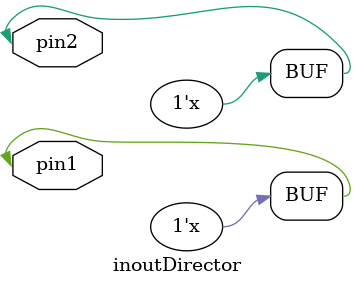
<source format=v>
/**
 * @brief Module to switch direction of bidirectional pins (SDA)
 * 
 * @file inoutDirector.v
 * @author Alex Necakov
 * @date 2019-11-20
 */


module inoutDirector(
    inout pin1, pin2    
);

    assign pin1 = 1'bz;
    assign pin2 = pin1;
    
endmodule

</source>
